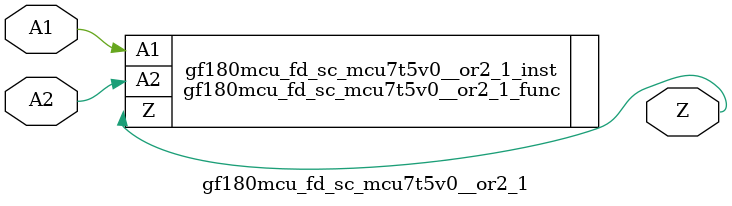
<source format=v>

module gf180mcu_fd_sc_mcu7t5v0__or2_1( A1, A2, Z );
input A1, A2;
output Z;

   `ifdef FUNCTIONAL  //  functional //

	gf180mcu_fd_sc_mcu7t5v0__or2_1_func gf180mcu_fd_sc_mcu7t5v0__or2_1_behav_inst(.A1(A1),.A2(A2),.Z(Z));

   `else

	gf180mcu_fd_sc_mcu7t5v0__or2_1_func gf180mcu_fd_sc_mcu7t5v0__or2_1_inst(.A1(A1),.A2(A2),.Z(Z));

	// spec_gates_begin


	// spec_gates_end



   specify

	// specify_block_begin

	// comb arc A1 --> Z
	 (A1 => Z) = (1.0,1.0);

	// comb arc A2 --> Z
	 (A2 => Z) = (1.0,1.0);

	// specify_block_end

   endspecify

   `endif

endmodule

</source>
